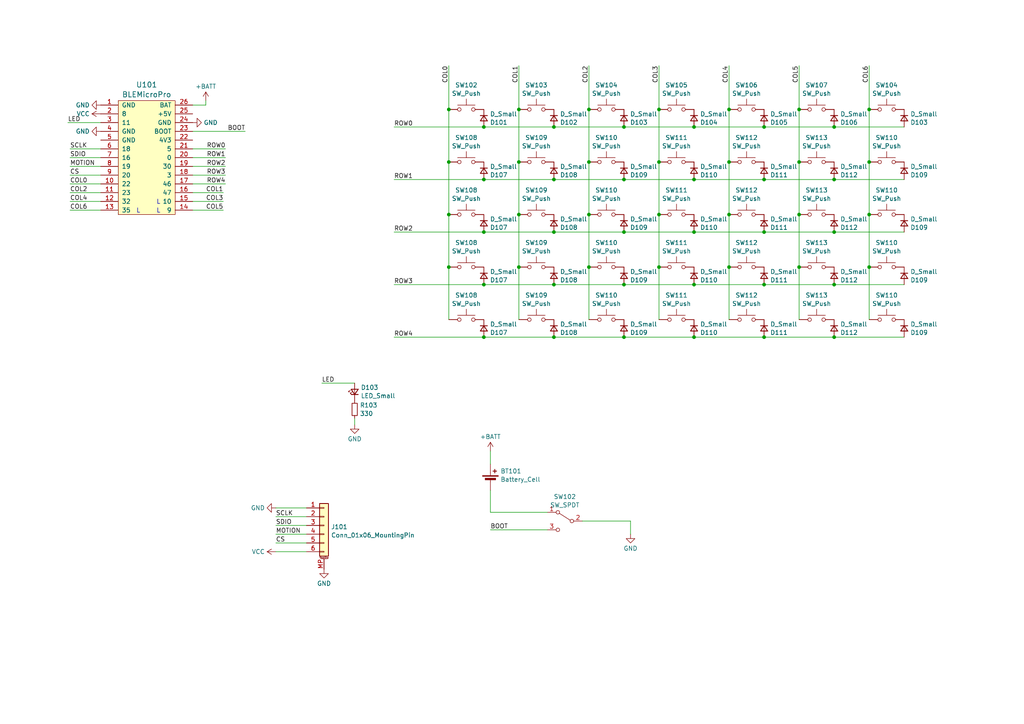
<source format=kicad_sch>
(kicad_sch (version 20231120) (generator "eeschema") (generator_version "8.0")
  (paper "A4")
  (junction (at 221.615 97.79))
  (junction (at 241.935 36.83))
  (junction (at 201.295 67.31))
  (junction (at 201.295 36.83))
  (junction (at 170.815 62.23))
  (junction (at 191.135 62.23))
  (junction (at 160.655 52.07))
  (junction (at 211.455 31.75))
  (junction (at 201.295 82.55))
  (junction (at 241.935 67.31))
  (junction (at 201.295 52.07))
  (junction (at 180.975 36.83))
  (junction (at 140.335 82.55))
  (junction (at 180.975 82.55))
  (junction (at 231.775 77.47))
  (junction (at 241.935 52.07))
  (junction (at 252.095 62.23))
  (junction (at 170.815 31.75))
  (junction (at 140.335 36.83))
  (junction (at 231.775 62.23))
  (junction (at 221.615 82.55))
  (junction (at 150.495 77.47))
  (junction (at 211.455 46.99))
  (junction (at 160.655 97.79))
  (junction (at 252.095 31.75))
  (junction (at 140.335 97.79))
  (junction (at 241.935 97.79))
  (junction (at 150.495 31.75))
  (junction (at 211.455 62.23))
  (junction (at 252.095 46.99))
  (junction (at 191.135 77.47))
  (junction (at 160.655 36.83))
  (junction (at 252.095 77.47))
  (junction (at 130.175 46.99))
  (junction (at 150.495 46.99))
  (junction (at 160.655 82.55))
  (junction (at 221.615 36.83))
  (junction (at 170.815 46.99))
  (junction (at 160.655 67.31))
  (junction (at 180.975 97.79))
  (junction (at 130.175 77.47))
  (junction (at 130.175 31.75))
  (junction (at 140.335 67.31))
  (junction (at 211.455 77.47))
  (junction (at 201.295 97.79))
  (junction (at 231.775 31.75))
  (junction (at 241.935 82.55))
  (junction (at 130.175 62.23))
  (junction (at 170.815 77.47))
  (junction (at 180.975 52.07))
  (junction (at 221.615 67.31))
  (junction (at 231.775 46.99))
  (junction (at 191.135 46.99))
  (junction (at 191.135 31.75))
  (junction (at 221.615 52.07))
  (junction (at 140.335 52.07))
  (junction (at 150.495 62.23))
  (junction (at 180.975 67.31))
  (wire (pts (xy 142.24 148.59) (xy 158.75 148.59)))
  (wire (pts (xy 180.975 82.55) (xy 201.295 82.55)))
  (wire (pts (xy 150.495 46.99) (xy 150.495 62.23)))
  (wire (pts (xy 140.335 82.55) (xy 160.655 82.55)))
  (wire (pts (xy 114.3 82.55) (xy 140.335 82.55)))
  (wire (pts (xy 211.455 19.05) (xy 211.455 31.75)))
  (wire (pts (xy 170.815 31.75) (xy 170.815 46.99)))
  (wire (pts (xy 191.135 62.23) (xy 191.135 77.47)))
  (wire (pts (xy 180.975 97.79) (xy 201.295 97.79)))
  (wire (pts (xy 114.3 67.31) (xy 140.335 67.31)))
  (wire (pts (xy 211.455 31.75) (xy 211.455 46.99)))
  (wire (pts (xy 114.3 97.79) (xy 140.335 97.79)))
  (wire (pts (xy 221.615 67.31) (xy 241.935 67.31)))
  (wire (pts (xy 160.655 67.31) (xy 180.975 67.31)))
  (wire (pts (xy 142.24 153.67) (xy 158.75 153.67)))
  (wire (pts (xy 252.095 19.05) (xy 252.095 31.75)))
  (wire (pts (xy 170.815 46.99) (xy 170.815 62.23)))
  (wire (pts (xy 19.685 35.56) (xy 29.21 35.56)))
  (wire (pts (xy 221.615 82.55) (xy 241.935 82.55)))
  (wire (pts (xy 170.815 19.05) (xy 170.815 31.75)))
  (wire (pts (xy 20.32 45.72) (xy 29.21 45.72)))
  (wire (pts (xy 80.01 149.86) (xy 88.9 149.86)))
  (wire (pts (xy 20.32 50.8) (xy 29.21 50.8)))
  (wire (pts (xy 211.455 46.99) (xy 211.455 62.23)))
  (wire (pts (xy 182.88 154.94) (xy 182.88 151.13)))
  (wire (pts (xy 241.935 52.07) (xy 262.255 52.07)))
  (wire (pts (xy 221.615 52.07) (xy 241.935 52.07)))
  (wire (pts (xy 142.24 148.59) (xy 142.24 142.24)))
  (wire (pts (xy 80.01 157.48) (xy 88.9 157.48)))
  (wire (pts (xy 170.815 77.47) (xy 170.815 92.71)))
  (wire (pts (xy 168.91 151.13) (xy 182.88 151.13)))
  (wire (pts (xy 231.775 31.75) (xy 231.775 46.99)))
  (wire (pts (xy 211.455 77.47) (xy 211.455 92.71)))
  (wire (pts (xy 114.3 52.07) (xy 140.335 52.07)))
  (wire (pts (xy 191.135 19.05) (xy 191.135 31.75)))
  (wire (pts (xy 221.615 36.83) (xy 241.935 36.83)))
  (wire (pts (xy 180.975 36.83) (xy 201.295 36.83)))
  (wire (pts (xy 201.295 52.07) (xy 221.615 52.07)))
  (wire (pts (xy 55.88 53.34) (xy 65.405 53.34)))
  (wire (pts (xy 150.495 77.47) (xy 150.495 92.71)))
  (wire (pts (xy 160.655 52.07) (xy 180.975 52.07)))
  (wire (pts (xy 231.775 19.05) (xy 231.775 31.75)))
  (wire (pts (xy 180.975 67.31) (xy 201.295 67.31)))
  (wire (pts (xy 55.88 48.26) (xy 65.405 48.26)))
  (wire (pts (xy 241.935 82.55) (xy 262.255 82.55)))
  (wire (pts (xy 20.32 60.96) (xy 29.21 60.96)))
  (wire (pts (xy 130.175 31.75) (xy 130.175 46.99)))
  (wire (pts (xy 252.095 31.75) (xy 252.095 46.99)))
  (wire (pts (xy 160.655 82.55) (xy 180.975 82.55)))
  (wire (pts (xy 140.335 52.07) (xy 160.655 52.07)))
  (wire (pts (xy 170.815 62.23) (xy 170.815 77.47)))
  (wire (pts (xy 150.495 19.05) (xy 150.495 31.75)))
  (wire (pts (xy 130.175 19.05) (xy 130.175 31.75)))
  (wire (pts (xy 20.32 43.18) (xy 29.21 43.18)))
  (wire (pts (xy 191.135 46.99) (xy 191.135 62.23)))
  (wire (pts (xy 150.495 31.75) (xy 150.495 46.99)))
  (wire (pts (xy 80.01 152.4) (xy 88.9 152.4)))
  (wire (pts (xy 160.655 97.79) (xy 180.975 97.79)))
  (wire (pts (xy 80.01 154.94) (xy 88.9 154.94)))
  (wire (pts (xy 241.935 97.79) (xy 262.255 97.79)))
  (wire (pts (xy 142.24 130.81) (xy 142.24 134.62)))
  (wire (pts (xy 241.935 36.83) (xy 262.255 36.83)))
  (wire (pts (xy 231.775 77.47) (xy 231.775 92.71)))
  (wire (pts (xy 93.345 111.125) (xy 102.87 111.125)))
  (wire (pts (xy 180.975 52.07) (xy 201.295 52.07)))
  (wire (pts (xy 130.175 62.23) (xy 130.175 77.47)))
  (wire (pts (xy 55.88 55.88) (xy 64.77 55.88)))
  (wire (pts (xy 55.88 50.8) (xy 65.405 50.8)))
  (wire (pts (xy 20.32 48.26) (xy 29.21 48.26)))
  (wire (pts (xy 114.3 36.83) (xy 140.335 36.83)))
  (wire (pts (xy 20.32 58.42) (xy 29.21 58.42)))
  (wire (pts (xy 20.32 53.34) (xy 29.21 53.34)))
  (wire (pts (xy 201.295 36.83) (xy 221.615 36.83)))
  (wire (pts (xy 252.095 62.23) (xy 252.095 77.47)))
  (wire (pts (xy 150.495 62.23) (xy 150.495 77.47)))
  (wire (pts (xy 55.88 43.18) (xy 65.405 43.18)))
  (wire (pts (xy 221.615 97.79) (xy 241.935 97.79)))
  (wire (pts (xy 252.095 46.99) (xy 252.095 62.23)))
  (wire (pts (xy 102.87 121.285) (xy 102.87 123.19)))
  (wire (pts (xy 201.295 97.79) (xy 221.615 97.79)))
  (wire (pts (xy 80.01 160.02) (xy 88.9 160.02)))
  (wire (pts (xy 140.335 67.31) (xy 160.655 67.31)))
  (wire (pts (xy 130.175 46.99) (xy 130.175 62.23)))
  (wire (pts (xy 130.175 77.47) (xy 130.175 92.71)))
  (wire (pts (xy 20.32 55.88) (xy 29.21 55.88)))
  (wire (pts (xy 59.69 29.21) (xy 59.69 30.48)))
  (wire (pts (xy 55.88 38.1) (xy 71.12 38.1)))
  (wire (pts (xy 201.295 82.55) (xy 221.615 82.55)))
  (wire (pts (xy 191.135 31.75) (xy 191.135 46.99)))
  (wire (pts (xy 211.455 62.23) (xy 211.455 77.47)))
  (wire (pts (xy 140.335 97.79) (xy 160.655 97.79)))
  (wire (pts (xy 231.775 62.23) (xy 231.775 77.47)))
  (wire (pts (xy 55.88 45.72) (xy 65.405 45.72)))
  (wire (pts (xy 252.095 77.47) (xy 252.095 92.71)))
  (wire (pts (xy 140.335 36.83) (xy 160.655 36.83)))
  (wire (pts (xy 160.655 36.83) (xy 180.975 36.83)))
  (wire (pts (xy 80.01 147.32) (xy 88.9 147.32)))
  (wire (pts (xy 231.775 46.99) (xy 231.775 62.23)))
  (wire (pts (xy 55.88 58.42) (xy 64.77 58.42)))
  (wire (pts (xy 241.935 67.31) (xy 262.255 67.31)))
  (wire (pts (xy 55.88 60.96) (xy 64.77 60.96)))
  (wire (pts (xy 59.69 30.48) (xy 55.88 30.48)))
  (wire (pts (xy 191.135 77.47) (xy 191.135 92.71)))
  (wire (pts (xy 201.295 67.31) (xy 221.615 67.31)))
  (text "L" (at 45.974 58.674 0) (effects (font (size 1.27 1.27))))
  (text "L" (at 40.132 61.214 0) (effects (font (size 1.27 1.27))))
  (text "L" (at 45.974 61.214 0) (effects (font (size 1.27 1.27))))
  (label "COL3" (at 64.77 58.42 180))
  (label "ROW4" (at 114.3 97.79 0))
  (label "ROW2" (at 65.405 48.26 180))
  (label "LED" (at 93.345 111.125 0))
  (label "COL0" (at 20.32 53.34 0))
  (label "COL6" (at 252.095 19.05 270))
  (label "SCLK" (at 80.01 149.86 0))
  (label "ROW1" (at 114.3 52.07 0))
  (label "MOTION" (at 20.32 48.26 0))
  (label "COL1" (at 64.77 55.88 180))
  (label "CS" (at 20.32 50.8 0))
  (label "COL5" (at 231.775 19.05 270))
  (label "BOOT" (at 71.12 38.1 180))
  (label "ROW3" (at 114.3 82.55 0))
  (label "ROW1" (at 65.405 45.72 180))
  (label "COL5" (at 64.77 60.96 180))
  (label "CS" (at 80.01 157.48 0))
  (label "SDIO" (at 20.32 45.72 0))
  (label "COL3" (at 191.135 19.05 270))
  (label "COL2" (at 170.815 19.05 270))
  (label "COL0" (at 130.175 19.05 270))
  (label "SDIO" (at 80.01 152.4 0))
  (label "ROW0" (at 65.405 43.18 180))
  (label "BOOT" (at 142.24 153.67 0))
  (label "ROW0" (at 114.3 36.83 0))
  (label "ROW2" (at 114.3 67.31 0))
  (label "COL4" (at 211.455 19.05 270))
  (label "COL6" (at 20.32 60.96 0))
  (label "COL2" (at 20.32 55.88 0))
  (label "COL1" (at 150.495 19.05 270))
  (label "SCLK" (at 20.32 43.18 0))
  (label "COL4" (at 20.32 58.42 0))
  (label "ROW3" (at 65.405 50.8 180))
  (label "MOTION" (at 80.01 154.94 0))
  (label "ROW4" (at 65.405 53.34 180))
  (label "LED" (at 19.685 35.56 0))
  (symbol (lib_id "Library:SW_Push") (at 216.535 46.99 0) (unit 1)
    (property "Reference" "SW112" (at 216.535 39.9247 0))
    (property "Value" "SW_Push" (at 216.535 42.3489 0))
    (property "Footprint" "MyLib:CHOC_V2_SOCKET_HANDSOLDERING" (effects (hide yes)))
    (instances (project "hhkball" (path "" (reference "SW112") (unit 1)) (path "" (reference "SW20") (unit 1))) (project "trackball-aaa-cs-keyboard-61" (path "" (reference "SW12") (unit 1))) (project "kg1-4x-sp" (path "" (reference "SW211") (unit 1))))
  )
  (symbol (lib_id "Library:GND") (at 29.21 38.1 270) (unit 1)
    (property "Reference" "#PWR0125" (effects (hide yes)))
    (property "Value" "GND" (at 26.0351 38.1 90) (effects (justify right)))
    (instances (project "hhkball" (path "" (reference "#PWR0125") (unit 1))) (project "trackball-aaa-cs-keyboard-61" (path "" (reference "#PWR05") (unit 1))) (project "kg1-4x-sp" (path "" (reference "#PWR0214") (unit 1))))
  )
  (symbol (lib_id "Library:SW_Push") (at 236.855 46.99 0) (unit 1)
    (property "Reference" "SW113" (at 236.855 39.9247 0))
    (property "Value" "SW_Push" (at 236.855 42.3489 0))
    (property "Footprint" "MyLib:CHOC_V2_SOCKET_HANDSOLDERING" (effects (hide yes)))
    (instances (project "hhkball" (path "" (reference "SW113") (unit 1)) (path "" (reference "SW21") (unit 1))) (project "trackball-aaa-cs-keyboard-61" (path "" (reference "SW13") (unit 1))) (project "kg1-4x-sp" (path "" (reference "SW212") (unit 1))))
  )
  (symbol (lib_id "Library:SW_Push") (at 135.255 62.23 0) (unit 1)
    (property "Reference" "SW108" (at 135.255 55.1647 0))
    (property "Value" "SW_Push" (at 135.255 57.5889 0))
    (property "Footprint" "MyLib:CHOC_V2_SOCKET_HANDSOLDERING" (effects (hide yes)))
    (instances (project "hhkball" (path "" (reference "SW108") (unit 1)) (path "" (reference "SW31") (unit 1))) (project "trackball-aaa-cs-keyboard-61" (path "" (reference "SW15") (unit 1))) (project "kg1-4x-sp" (path "" (reference "SW207") (unit 1))))
  )
  (symbol (lib_id "Library:GND") (at 102.87 123.19 0) (unit 1)
    (property "Reference" "#PWR03" (effects (hide yes)))
    (property "Value" "GND" (at 102.87 127.3231 0))
  )
  (symbol (lib_id "Library:SW_Push") (at 175.895 92.71 0) (unit 1)
    (property "Reference" "SW110" (at 175.895 85.6447 0))
    (property "Value" "SW_Push" (at 175.895 88.0689 0))
    (property "Footprint" "MyLib:CHOC_V2_SOCKET_HANDSOLDERING" (effects (hide yes)))
    (instances (project "hhkball" (path "" (reference "SW110") (unit 1)) (path "" (reference "SW63") (unit 1))) (project "trackball-aaa-cs-keyboard-61" (path "" (reference "SW31") (unit 1))) (project "kg1-4x-sp" (path "" (reference "SW209") (unit 1))))
  )
  (symbol (lib_id "Library:D_Small") (at 180.975 80.01 90) (mirror x) (unit 1)
    (property "Reference" "D109" (at 182.753 81.2221 90) (effects (justify right)))
    (property "Value" "D_Small" (at 182.753 78.7979 90) (effects (justify right)))
    (property "Footprint" "Diode_SMD:D_SOD-123" (effects (hide yes)))
    (property "Sim.Device" "D" (effects (hide yes)))
    (property "Sim.Pins" "1=K 2=A" (effects (hide yes)))
    (instances (project "hhkball" (path "" (reference "D109") (unit 1)) (path "" (reference "D48") (unit 1))) (project "trackball-aaa-cs-keyboard-61" (path "" (reference "D24") (unit 1))) (project "kg1-4x-sp" (path "" (reference "D209") (unit 1))))
  )
  (symbol (lib_id "Library:SW_Push") (at 236.855 77.47 0) (unit 1)
    (property "Reference" "SW113" (at 236.855 70.4047 0))
    (property "Value" "SW_Push" (at 236.855 72.8289 0))
    (property "Footprint" "MyLib:CHOC_V2_SOCKET_HANDSOLDERING" (effects (hide yes)))
    (instances (project "hhkball" (path "" (reference "SW113") (unit 1)) (path "" (reference "SW51") (unit 1))) (project "trackball-aaa-cs-keyboard-61" (path "" (reference "SW27") (unit 1))) (project "kg1-4x-sp" (path "" (reference "SW212") (unit 1))))
  )
  (symbol (lib_id "Library:D_Small") (at 201.295 80.01 90) (mirror x) (unit 1)
    (property "Reference" "D110" (at 203.073 81.2221 90) (effects (justify right)))
    (property "Value" "D_Small" (at 203.073 78.7979 90) (effects (justify right)))
    (property "Footprint" "Diode_SMD:D_SOD-123" (effects (hide yes)))
    (property "Sim.Device" "D" (effects (hide yes)))
    (property "Sim.Pins" "1=K 2=A" (effects (hide yes)))
    (instances (project "hhkball" (path "" (reference "D110") (unit 1)) (path "" (reference "D49") (unit 1))) (project "trackball-aaa-cs-keyboard-61" (path "" (reference "D25") (unit 1))) (project "kg1-4x-sp" (path "" (reference "D210") (unit 1))))
  )
  (symbol (lib_id "Library:SW_Push") (at 236.855 31.75 0) (unit 1)
    (property "Reference" "SW107" (at 236.855 24.6847 0))
    (property "Value" "SW_Push" (at 236.855 27.1089 0))
    (property "Footprint" "MyLib:CHOC_V2_SOCKET_HANDSOLDERING" (effects (hide yes)))
    (instances (project "hhkball" (path "" (reference "SW107") (unit 1)) (path "" (reference "SW6") (unit 1))) (project "trackball-aaa-cs-keyboard-61" (path "" (reference "SW6") (unit 1))) (project "kg1-4x-sp" (path "" (reference "SW206") (unit 1))))
  )
  (symbol (lib_id "Library:BLEMicroPro") (at 43.18 45.72 0) (unit 1)
    (property "Reference" "U101" (at 42.545 24.5798 0) (effects (font (size 1.524 1.524))))
    (property "Value" "BLEMicroPro" (at 42.545 27.4126 0) (effects (font (size 1.524 1.524))))
    (property "Footprint" "MyLib:BLEMicroPro" (effects (hide yes)))
  )
  (symbol (lib_id "Library:SW_Push") (at 175.895 31.75 0) (unit 1)
    (property "Reference" "SW104" (at 175.895 24.6847 0))
    (property "Value" "SW_Push" (at 175.895 27.1089 0))
    (property "Footprint" "MyLib:CHOC_V2_SOCKET_HANDSOLDERING" (effects (hide yes)))
    (instances (project "hhkball" (path "" (reference "SW104") (unit 1)) (path "" (reference "SW3") (unit 1))) (project "trackball-aaa-cs-keyboard-61" (path "" (reference "SW3") (unit 1))) (project "kg1-4x-sp" (path "" (reference "SW203") (unit 1))))
  )
  (symbol (lib_id "Library:D_Small") (at 221.615 80.01 90) (mirror x) (unit 1)
    (property "Reference" "D111" (at 223.393 81.2221 90) (effects (justify right)))
    (property "Value" "D_Small" (at 223.393 78.7979 90) (effects (justify right)))
    (property "Footprint" "Diode_SMD:D_SOD-123" (effects (hide yes)))
    (property "Sim.Device" "D" (effects (hide yes)))
    (property "Sim.Pins" "1=K 2=A" (effects (hide yes)))
    (instances (project "hhkball" (path "" (reference "D111") (unit 1)) (path "" (reference "D50") (unit 1))) (project "trackball-aaa-cs-keyboard-61" (path "" (reference "D26") (unit 1))) (project "kg1-4x-sp" (path "" (reference "D211") (unit 1))))
  )
  (symbol (lib_id "Library:SW_Push") (at 257.175 92.71 0) (unit 1)
    (property "Reference" "SW110" (at 257.175 85.6447 0))
    (property "Value" "SW_Push" (at 257.175 88.0689 0))
    (property "Footprint" "MyLib:CHOC_V2_SOCKET_HANDSOLDERING" (effects (hide yes)))
    (instances (project "hhkball" (path "" (reference "SW110") (unit 1)) (path "" (reference "SW67") (unit 1))) (project "trackball-aaa-cs-keyboard-61" (path "" (reference "SW35") (unit 1))) (project "kg1-4x-sp" (path "" (reference "SW209") (unit 1))))
  )
  (symbol (lib_id "Library:SW_Push") (at 236.855 62.23 0) (unit 1)
    (property "Reference" "SW113" (at 236.855 55.1647 0))
    (property "Value" "SW_Push" (at 236.855 57.5889 0))
    (property "Footprint" "MyLib:CHOC_V2_SOCKET_HANDSOLDERING" (effects (hide yes)))
    (instances (project "hhkball" (path "" (reference "SW113") (unit 1)) (path "" (reference "SW36") (unit 1))) (project "trackball-aaa-cs-keyboard-61" (path "" (reference "SW20") (unit 1))) (project "kg1-4x-sp" (path "" (reference "SW212") (unit 1))))
  )
  (symbol (lib_id "Library:SW_Push") (at 257.175 77.47 0) (unit 1)
    (property "Reference" "SW110" (at 257.175 70.4047 0))
    (property "Value" "SW_Push" (at 257.175 72.8289 0))
    (property "Footprint" "MyLib:CHOC_V2_SOCKET_HANDSOLDERING" (effects (hide yes)))
    (instances (project "hhkball" (path "" (reference "SW110") (unit 1)) (path "" (reference "SW52") (unit 1))) (project "trackball-aaa-cs-keyboard-61" (path "" (reference "SW28") (unit 1))) (project "kg1-4x-sp" (path "" (reference "SW209") (unit 1))))
  )
  (symbol (lib_id "Library:SW_Push") (at 216.535 92.71 0) (unit 1)
    (property "Reference" "SW112" (at 216.535 85.6447 0))
    (property "Value" "SW_Push" (at 216.535 88.0689 0))
    (property "Footprint" "MyLib:CHOC_V2_SOCKET_HANDSOLDERING" (effects (hide yes)))
    (instances (project "hhkball" (path "" (reference "SW112") (unit 1)) (path "" (reference "SW65") (unit 1))) (project "trackball-aaa-cs-keyboard-61" (path "" (reference "SW33") (unit 1))) (project "kg1-4x-sp" (path "" (reference "SW211") (unit 1))))
  )
  (symbol (lib_id "Library:D_Small") (at 201.295 64.77 90) (mirror x) (unit 1)
    (property "Reference" "D110" (at 203.073 65.9821 90) (effects (justify right)))
    (property "Value" "D_Small" (at 203.073 63.5579 90) (effects (justify right)))
    (property "Footprint" "Diode_SMD:D_SOD-123" (effects (hide yes)))
    (property "Sim.Device" "D" (effects (hide yes)))
    (property "Sim.Pins" "1=K 2=A" (effects (hide yes)))
    (instances (project "hhkball" (path "" (reference "D110") (unit 1)) (path "" (reference "D34") (unit 1))) (project "trackball-aaa-cs-keyboard-61" (path "" (reference "D18") (unit 1))) (project "kg1-4x-sp" (path "" (reference "D210") (unit 1))))
  )
  (symbol (lib_id "Library:SW_Push") (at 175.895 77.47 0) (unit 1)
    (property "Reference" "SW110" (at 175.895 70.4047 0))
    (property "Value" "SW_Push" (at 175.895 72.8289 0))
    (property "Footprint" "MyLib:CHOC_V2_SOCKET_HANDSOLDERING" (effects (hide yes)))
    (instances (project "hhkball" (path "" (reference "SW110") (unit 1)) (path "" (reference "SW48") (unit 1))) (project "trackball-aaa-cs-keyboard-61" (path "" (reference "SW24") (unit 1))) (project "kg1-4x-sp" (path "" (reference "SW209") (unit 1))))
  )
  (symbol (lib_id "Library:SW_Push") (at 236.855 92.71 0) (unit 1)
    (property "Reference" "SW113" (at 236.855 85.6447 0))
    (property "Value" "SW_Push" (at 236.855 88.0689 0))
    (property "Footprint" "MyLib:CHOC_V2_SOCKET_HANDSOLDERING" (effects (hide yes)))
    (instances (project "hhkball" (path "" (reference "SW113") (unit 1)) (path "" (reference "SW66") (unit 1))) (project "trackball-aaa-cs-keyboard-61" (path "" (reference "SW34") (unit 1))) (project "kg1-4x-sp" (path "" (reference "SW212") (unit 1))))
  )
  (symbol (lib_id "Library:D_Small") (at 180.975 34.29 90) (mirror x) (unit 1)
    (property "Reference" "D103" (at 182.753 35.5021 90) (effects (justify right)))
    (property "Value" "D_Small" (at 182.753 33.0779 90) (effects (justify right)))
    (property "Footprint" "Diode_SMD:D_SOD-123" (effects (hide yes)))
    (property "Sim.Device" "D" (effects (hide yes)))
    (property "Sim.Pins" "1=K 2=A" (effects (hide yes)))
    (instances (project "hhkball" (path "" (reference "D103") (unit 1)) (path "" (reference "D3") (unit 1))) (project "trackball-aaa-cs-keyboard-61" (path "" (reference "D3") (unit 1))) (project "kg1-4x-sp" (path "" (reference "D203") (unit 1))))
  )
  (symbol (lib_id "Library:D_Small") (at 160.655 49.53 90) (mirror x) (unit 1)
    (property "Reference" "D108" (at 162.433 50.7421 90) (effects (justify right)))
    (property "Value" "D_Small" (at 162.433 48.3179 90) (effects (justify right)))
    (property "Footprint" "Diode_SMD:D_SOD-123" (effects (hide yes)))
    (property "Sim.Device" "D" (effects (hide yes)))
    (property "Sim.Pins" "1=K 2=A" (effects (hide yes)))
    (instances (project "hhkball" (path "" (reference "D108") (unit 1)) (path "" (reference "D17") (unit 1))) (project "trackball-aaa-cs-keyboard-61" (path "" (reference "D9") (unit 1))) (project "kg1-4x-sp" (path "" (reference "D208") (unit 1))))
  )
  (symbol (lib_id "Library:D_Small") (at 221.615 95.25 90) (mirror x) (unit 1)
    (property "Reference" "D111" (at 223.393 96.4621 90) (effects (justify right)))
    (property "Value" "D_Small" (at 223.393 94.0379 90) (effects (justify right)))
    (property "Footprint" "Diode_SMD:D_SOD-123" (effects (hide yes)))
    (property "Sim.Device" "D" (effects (hide yes)))
    (property "Sim.Pins" "1=K 2=A" (effects (hide yes)))
    (instances (project "hhkball" (path "" (reference "D111") (unit 1)) (path "" (reference "D65") (unit 1))) (project "trackball-aaa-cs-keyboard-61" (path "" (reference "D33") (unit 1))) (project "kg1-4x-sp" (path "" (reference "D211") (unit 1))))
  )
  (symbol (lib_id "Library:D_Small") (at 262.255 80.01 90) (mirror x) (unit 1)
    (property "Reference" "D109" (at 264.033 81.2221 90) (effects (justify right)))
    (property "Value" "D_Small" (at 264.033 78.7979 90) (effects (justify right)))
    (property "Footprint" "Diode_SMD:D_SOD-123" (effects (hide yes)))
    (property "Sim.Device" "D" (effects (hide yes)))
    (property "Sim.Pins" "1=K 2=A" (effects (hide yes)))
    (instances (project "hhkball" (path "" (reference "D109") (unit 1)) (path "" (reference "D52") (unit 1))) (project "trackball-aaa-cs-keyboard-61" (path "" (reference "D28") (unit 1))) (project "kg1-4x-sp" (path "" (reference "D209") (unit 1))))
  )
  (symbol (lib_id "Library:+BATT") (at 142.24 130.81 0) (unit 1)
    (property "Reference" "#PWR0104" (effects (hide yes)))
    (property "Value" "+BATT" (at 142.24 126.6769 0))
    (instances (project "hhkball" (path "" (reference "#PWR0104") (unit 1))) (project "trackball-aaa-cs-keyboard-61" (path "" (reference "#PWR0206") (unit 1))))
  )
  (symbol (lib_id "Library:D_Small") (at 262.255 64.77 90) (mirror x) (unit 1)
    (property "Reference" "D109" (at 264.033 65.9821 90) (effects (justify right)))
    (property "Value" "D_Small" (at 264.033 63.5579 90) (effects (justify right)))
    (property "Footprint" "Diode_SMD:D_SOD-123" (effects (hide yes)))
    (property "Sim.Device" "D" (effects (hide yes)))
    (property "Sim.Pins" "1=K 2=A" (effects (hide yes)))
    (instances (project "hhkball" (path "" (reference "D109") (unit 1)) (path "" (reference "D37") (unit 1))) (project "trackball-aaa-cs-keyboard-61" (path "" (reference "D21") (unit 1))) (project "kg1-4x-sp" (path "" (reference "D209") (unit 1))))
  )
  (symbol (lib_id "Library:D_Small") (at 241.935 49.53 90) (mirror x) (unit 1)
    (property "Reference" "D112" (at 243.713 50.7421 90) (effects (justify right)))
    (property "Value" "D_Small" (at 243.713 48.3179 90) (effects (justify right)))
    (property "Footprint" "Diode_SMD:D_SOD-123" (effects (hide yes)))
    (property "Sim.Device" "D" (effects (hide yes)))
    (property "Sim.Pins" "1=K 2=A" (effects (hide yes)))
    (instances (project "hhkball" (path "" (reference "D112") (unit 1)) (path "" (reference "D21") (unit 1))) (project "trackball-aaa-cs-keyboard-61" (path "" (reference "D13") (unit 1))) (project "kg1-4x-sp" (path "" (reference "D212") (unit 1))))
  )
  (symbol (lib_id "Library:D_Small") (at 262.255 95.25 90) (mirror x) (unit 1)
    (property "Reference" "D109" (at 264.033 96.4621 90) (effects (justify right)))
    (property "Value" "D_Small" (at 264.033 94.0379 90) (effects (justify right)))
    (property "Footprint" "Diode_SMD:D_SOD-123" (effects (hide yes)))
    (property "Sim.Device" "D" (effects (hide yes)))
    (property "Sim.Pins" "1=K 2=A" (effects (hide yes)))
    (instances (project "hhkball" (path "" (reference "D109") (unit 1)) (path "" (reference "D67") (unit 1))) (project "trackball-aaa-cs-keyboard-61" (path "" (reference "D35") (unit 1))) (project "kg1-4x-sp" (path "" (reference "D209") (unit 1))))
  )
  (symbol (lib_id "Library:SW_Push") (at 257.175 46.99 0) (unit 1)
    (property "Reference" "SW110" (at 257.175 39.9247 0))
    (property "Value" "SW_Push" (at 257.175 42.3489 0))
    (property "Footprint" "MyLib:CHOC_V2_SOCKET_HANDSOLDERING" (effects (hide yes)))
    (instances (project "hhkball" (path "" (reference "SW110") (unit 1)) (path "" (reference "SW22") (unit 1))) (project "trackball-aaa-cs-keyboard-61" (path "" (reference "SW14") (unit 1))) (project "kg1-4x-sp" (path "" (reference "SW209") (unit 1))))
  )
  (symbol (lib_id "Library:D_Small") (at 241.935 64.77 90) (mirror x) (unit 1)
    (property "Reference" "D112" (at 243.713 65.9821 90) (effects (justify right)))
    (property "Value" "D_Small" (at 243.713 63.5579 90) (effects (justify right)))
    (property "Footprint" "Diode_SMD:D_SOD-123" (effects (hide yes)))
    (property "Sim.Device" "D" (effects (hide yes)))
    (property "Sim.Pins" "1=K 2=A" (effects (hide yes)))
    (instances (project "hhkball" (path "" (reference "D112") (unit 1)) (path "" (reference "D36") (unit 1))) (project "trackball-aaa-cs-keyboard-61" (path "" (reference "D20") (unit 1))) (project "kg1-4x-sp" (path "" (reference "D212") (unit 1))))
  )
  (symbol (lib_id "Library:D_Small") (at 262.255 49.53 90) (mirror x) (unit 1)
    (property "Reference" "D109" (at 264.033 50.7421 90) (effects (justify right)))
    (property "Value" "D_Small" (at 264.033 48.3179 90) (effects (justify right)))
    (property "Footprint" "Diode_SMD:D_SOD-123" (effects (hide yes)))
    (property "Sim.Device" "D" (effects (hide yes)))
    (property "Sim.Pins" "1=K 2=A" (effects (hide yes)))
    (instances (project "hhkball" (path "" (reference "D109") (unit 1)) (path "" (reference "D22") (unit 1))) (project "trackball-aaa-cs-keyboard-61" (path "" (reference "D14") (unit 1))) (project "kg1-4x-sp" (path "" (reference "D209") (unit 1))))
  )
  (symbol (lib_id "Library:D_Small") (at 262.255 34.29 90) (mirror x) (unit 1)
    (property "Reference" "D103" (at 264.033 35.5021 90) (effects (justify right)))
    (property "Value" "D_Small" (at 264.033 33.0779 90) (effects (justify right)))
    (property "Footprint" "Diode_SMD:D_SOD-123" (effects (hide yes)))
    (property "Sim.Device" "D" (effects (hide yes)))
    (property "Sim.Pins" "1=K 2=A" (effects (hide yes)))
    (instances (project "hhkball" (path "" (reference "D103") (unit 1)) (path "" (reference "D7") (unit 1))) (project "trackball-aaa-cs-keyboard-61" (path "" (reference "D7") (unit 1))) (project "kg1-4x-sp" (path "" (reference "D203") (unit 1))))
  )
  (symbol (lib_id "Library:D_Small") (at 140.335 80.01 90) (mirror x) (unit 1)
    (property "Reference" "D107" (at 142.113 81.2221 90) (effects (justify right)))
    (property "Value" "D_Small" (at 142.113 78.7979 90) (effects (justify right)))
    (property "Footprint" "Diode_SMD:D_SOD-123" (effects (hide yes)))
    (property "Sim.Device" "D" (effects (hide yes)))
    (property "Sim.Pins" "1=K 2=A" (effects (hide yes)))
    (instances (project "hhkball" (path "" (reference "D107") (unit 1)) (path "" (reference "D46") (unit 1))) (project "trackball-aaa-cs-keyboard-61" (path "" (reference "D22") (unit 1))) (project "kg1-4x-sp" (path "" (reference "D207") (unit 1))))
  )
  (symbol (lib_id "Library:SW_Push") (at 135.255 77.47 0) (unit 1)
    (property "Reference" "SW108" (at 135.255 70.4047 0))
    (property "Value" "SW_Push" (at 135.255 72.8289 0))
    (property "Footprint" "MyLib:CHOC_V2_SOCKET_HANDSOLDERING" (effects (hide yes)))
    (instances (project "hhkball" (path "" (reference "SW108") (unit 1)) (path "" (reference "SW46") (unit 1))) (project "trackball-aaa-cs-keyboard-61" (path "" (reference "SW22") (unit 1))) (project "kg1-4x-sp" (path "" (reference "SW207") (unit 1))))
  )
  (symbol (lib_id "Library:SW_Push") (at 216.535 31.75 0) (unit 1)
    (property "Reference" "SW106" (at 216.535 24.6847 0))
    (property "Value" "SW_Push" (at 216.535 27.1089 0))
    (property "Footprint" "MyLib:CHOC_V2_SOCKET_HANDSOLDERING" (effects (hide yes)))
    (instances (project "hhkball" (path "" (reference "SW106") (unit 1)) (path "" (reference "SW5") (unit 1))) (project "trackball-aaa-cs-keyboard-61" (path "" (reference "SW5") (unit 1))) (project "kg1-4x-sp" (path "" (reference "SW205") (unit 1))))
  )
  (symbol (lib_id "Library:SW_Push") (at 135.255 46.99 0) (unit 1)
    (property "Reference" "SW108" (at 135.255 39.9247 0))
    (property "Value" "SW_Push" (at 135.255 42.3489 0))
    (property "Footprint" "MyLib:CHOC_V2_SOCKET_HANDSOLDERING" (effects (hide yes)))
    (instances (project "hhkball" (path "" (reference "SW108") (unit 1)) (path "" (reference "SW16") (unit 1))) (project "trackball-aaa-cs-keyboard-61" (path "" (reference "SW8") (unit 1))) (project "kg1-4x-sp" (path "" (reference "SW207") (unit 1))))
  )
  (symbol (lib_id "Library:SW_Push") (at 257.175 31.75 0) (unit 1)
    (property "Reference" "SW104" (at 257.175 24.6847 0))
    (property "Value" "SW_Push" (at 257.175 27.1089 0))
    (property "Footprint" "MyLib:CHOC_V2_SOCKET_HANDSOLDERING" (effects (hide yes)))
    (instances (project "hhkball" (path "" (reference "SW104") (unit 1)) (path "" (reference "SW7") (unit 1))) (project "trackball-aaa-cs-keyboard-61" (path "" (reference "SW7") (unit 1))) (project "kg1-4x-sp" (path "" (reference "SW203") (unit 1))))
  )
  (symbol (lib_id "Library:D_Small") (at 201.295 34.29 90) (mirror x) (unit 1)
    (property "Reference" "D104" (at 203.073 35.5021 90) (effects (justify right)))
    (property "Value" "D_Small" (at 203.073 33.0779 90) (effects (justify right)))
    (property "Footprint" "Diode_SMD:D_SOD-123" (effects (hide yes)))
    (property "Sim.Device" "D" (effects (hide yes)))
    (property "Sim.Pins" "1=K 2=A" (effects (hide yes)))
    (instances (project "hhkball" (path "" (reference "D104") (unit 1)) (path "" (reference "D4") (unit 1))) (project "trackball-aaa-cs-keyboard-61" (path "" (reference "D4") (unit 1))) (project "kg1-4x-sp" (path "" (reference "D204") (unit 1))))
  )
  (symbol (lib_id "Library:GND") (at 182.88 154.94 0) (unit 1)
    (property "Reference" "#PWR07" (effects (hide yes)))
    (property "Value" "GND" (at 182.88 159.0731 0))
  )
  (symbol (lib_id "Library:SW_Push") (at 135.255 31.75 0) (unit 1)
    (property "Reference" "SW102" (at 135.255 24.6847 0))
    (property "Value" "SW_Push" (at 135.255 27.1089 0))
    (property "Footprint" "MyLib:CHOC_V2_SOCKET_HANDSOLDERING" (effects (hide yes)))
    (instances (project "hhkball" (path "" (reference "SW102") (unit 1)) (path "" (reference "SW1") (unit 1))) (project "trackball-aaa-cs-keyboard-61" (path "" (reference "SW1") (unit 1))) (project "kg1-4x-sp" (path "" (reference "SW201") (unit 1))))
  )
  (symbol (lib_id "Library:VCC") (at 29.21 33.02 90) (unit 1)
    (property "Reference" "#PWR09" (effects (hide yes)))
    (property "Value" "VCC" (at 26.035 33.02 90) (effects (justify left)))
    (property "Description" "Power symbol creates a global label with name \"VCC\"" (effects (hide yes)))
  )
  (symbol (lib_id "Library:D_Small") (at 241.935 34.29 90) (mirror x) (unit 1)
    (property "Reference" "D106" (at 243.713 35.5021 90) (effects (justify right)))
    (property "Value" "D_Small" (at 243.713 33.0779 90) (effects (justify right)))
    (property "Footprint" "Diode_SMD:D_SOD-123" (effects (hide yes)))
    (property "Sim.Device" "D" (effects (hide yes)))
    (property "Sim.Pins" "1=K 2=A" (effects (hide yes)))
    (instances (project "hhkball" (path "" (reference "D106") (unit 1)) (path "" (reference "D6") (unit 1))) (project "trackball-aaa-cs-keyboard-61" (path "" (reference "D6") (unit 1))) (project "kg1-4x-sp" (path "" (reference "D206") (unit 1))))
  )
  (symbol (lib_id "Library:LED_Small") (at 102.87 113.665 90) (unit 1)
    (property "Reference" "D103" (at 104.648 112.3893 90) (effects (justify right)))
    (property "Value" "LED_Small" (at 104.648 114.8136 90) (effects (justify right)))
    (property "Footprint" "LED_SMD:LED_0603_1608Metric" (effects (hide yes)))
    (instances (project "hhkball" (path "" (reference "D103") (unit 1))) (project "trackball-aaa-cs-keyboard-61" (path "" (reference "D101") (unit 1))))
  )
  (symbol (lib_id "Library:D_Small") (at 221.615 49.53 90) (mirror x) (unit 1)
    (property "Reference" "D111" (at 223.393 50.7421 90) (effects (justify right)))
    (property "Value" "D_Small" (at 223.393 48.3179 90) (effects (justify right)))
    (property "Footprint" "Diode_SMD:D_SOD-123" (effects (hide yes)))
    (property "Sim.Device" "D" (effects (hide yes)))
    (property "Sim.Pins" "1=K 2=A" (effects (hide yes)))
    (instances (project "hhkball" (path "" (reference "D111") (unit 1)) (path "" (reference "D20") (unit 1))) (project "trackball-aaa-cs-keyboard-61" (path "" (reference "D12") (unit 1))) (project "kg1-4x-sp" (path "" (reference "D211") (unit 1))))
  )
  (symbol (lib_id "Library:SW_SPDT") (at 163.83 151.13 0) (mirror y) (unit 1)
    (property "Reference" "SW102" (at 163.83 144.0647 0))
    (property "Value" "SW_SPDT" (at 163.83 146.4889 0))
    (property "Footprint" "MyLib:SW-SMD_K3-1280S-F1" (effects (hide yes)))
    (instances (project "hhkball" (path "" (reference "SW102") (unit 1))) (project "trackball-aaa-cs-keyboard-61" (path "" (reference "SW101") (unit 1))))
  )
  (symbol (lib_id "Library:+BATT") (at 59.69 29.21 0) (unit 1)
    (property "Reference" "#PWR01" (effects (hide yes)))
    (property "Value" "+BATT" (at 59.69 25.0769 0))
  )
  (symbol (lib_id "Library:D_Small") (at 221.615 34.29 90) (mirror x) (unit 1)
    (property "Reference" "D105" (at 223.393 35.5021 90) (effects (justify right)))
    (property "Value" "D_Small" (at 223.393 33.0779 90) (effects (justify right)))
    (property "Footprint" "Diode_SMD:D_SOD-123" (effects (hide yes)))
    (property "Sim.Device" "D" (effects (hide yes)))
    (property "Sim.Pins" "1=K 2=A" (effects (hide yes)))
    (instances (project "hhkball" (path "" (reference "D105") (unit 1)) (path "" (reference "D5") (unit 1))) (project "trackball-aaa-cs-keyboard-61" (path "" (reference "D5") (unit 1))) (project "kg1-4x-sp" (path "" (reference "D205") (unit 1))))
  )
  (symbol (lib_id "Library:D_Small") (at 160.655 80.01 90) (mirror x) (unit 1)
    (property "Reference" "D108" (at 162.433 81.2221 90) (effects (justify right)))
    (property "Value" "D_Small" (at 162.433 78.7979 90) (effects (justify right)))
    (property "Footprint" "Diode_SMD:D_SOD-123" (effects (hide yes)))
    (property "Sim.Device" "D" (effects (hide yes)))
    (property "Sim.Pins" "1=K 2=A" (effects (hide yes)))
    (instances (project "hhkball" (path "" (reference "D108") (unit 1)) (path "" (reference "D47") (unit 1))) (project "trackball-aaa-cs-keyboard-61" (path "" (reference "D23") (unit 1))) (project "kg1-4x-sp" (path "" (reference "D208") (unit 1))))
  )
  (symbol (lib_id "Library:VCC") (at 80.01 160.02 90) (unit 1)
    (property "Reference" "#PWR06" (effects (hide yes)))
    (property "Value" "VCC" (at 76.835 160.02 90) (effects (justify left)))
    (property "Description" "Power symbol creates a global label with name \"VCC\"" (effects (hide yes)))
  )
  (symbol (lib_id "Library:SW_Push") (at 175.895 46.99 0) (unit 1)
    (property "Reference" "SW110" (at 175.895 39.9247 0))
    (property "Value" "SW_Push" (at 175.895 42.3489 0))
    (property "Footprint" "MyLib:CHOC_V2_SOCKET_HANDSOLDERING" (effects (hide yes)))
    (instances (project "hhkball" (path "" (reference "SW110") (unit 1)) (path "" (reference "SW18") (unit 1))) (project "trackball-aaa-cs-keyboard-61" (path "" (reference "SW10") (unit 1))) (project "kg1-4x-sp" (path "" (reference "SW209") (unit 1))))
  )
  (symbol (lib_id "Library:GND") (at 93.98 165.1 0) (unit 1)
    (property "Reference" "#PWR017" (effects (hide yes)))
    (property "Value" "GND" (at 93.98 169.2331 0))
    (property "Description" "Power symbol creates a global label with name \"GND\" , ground" (effects (hide yes)))
  )
  (symbol (lib_id "Library:D_Small") (at 160.655 95.25 90) (mirror x) (unit 1)
    (property "Reference" "D108" (at 162.433 96.4621 90) (effects (justify right)))
    (property "Value" "D_Small" (at 162.433 94.0379 90) (effects (justify right)))
    (property "Footprint" "Diode_SMD:D_SOD-123" (effects (hide yes)))
    (property "Sim.Device" "D" (effects (hide yes)))
    (property "Sim.Pins" "1=K 2=A" (effects (hide yes)))
    (instances (project "hhkball" (path "" (reference "D108") (unit 1)) (path "" (reference "D62") (unit 1))) (project "trackball-aaa-cs-keyboard-61" (path "" (reference "D30") (unit 1))) (project "kg1-4x-sp" (path "" (reference "D208") (unit 1))))
  )
  (symbol (lib_id "Library:D_Small") (at 201.295 95.25 90) (mirror x) (unit 1)
    (property "Reference" "D110" (at 203.073 96.4621 90) (effects (justify right)))
    (property "Value" "D_Small" (at 203.073 94.0379 90) (effects (justify right)))
    (property "Footprint" "Diode_SMD:D_SOD-123" (effects (hide yes)))
    (property "Sim.Device" "D" (effects (hide yes)))
    (property "Sim.Pins" "1=K 2=A" (effects (hide yes)))
    (instances (project "hhkball" (path "" (reference "D110") (unit 1)) (path "" (reference "D64") (unit 1))) (project "trackball-aaa-cs-keyboard-61" (path "" (reference "D32") (unit 1))) (project "kg1-4x-sp" (path "" (reference "D210") (unit 1))))
  )
  (symbol (lib_id "Library:SW_Push") (at 196.215 31.75 0) (unit 1)
    (property "Reference" "SW105" (at 196.215 24.6847 0))
    (property "Value" "SW_Push" (at 196.215 27.1089 0))
    (property "Footprint" "MyLib:CHOC_V2_SOCKET_HANDSOLDERING" (effects (hide yes)))
    (instances (project "hhkball" (path "" (reference "SW105") (unit 1)) (path "" (reference "SW4") (unit 1))) (project "trackball-aaa-cs-keyboard-61" (path "" (reference "SW4") (unit 1))) (project "kg1-4x-sp" (path "" (reference "SW204") (unit 1))))
  )
  (symbol (lib_id "Library:SW_Push") (at 196.215 77.47 0) (unit 1)
    (property "Reference" "SW111" (at 196.215 70.4047 0))
    (property "Value" "SW_Push" (at 196.215 72.8289 0))
    (property "Footprint" "MyLib:CHOC_V2_SOCKET_HANDSOLDERING" (effects (hide yes)))
    (instances (project "hhkball" (path "" (reference "SW111") (unit 1)) (path "" (reference "SW49") (unit 1))) (project "trackball-aaa-cs-keyboard-61" (path "" (reference "SW25") (unit 1))) (project "kg1-4x-sp" (path "" (reference "SW210") (unit 1))))
  )
  (symbol (lib_id "Library:D_Small") (at 160.655 34.29 90) (mirror x) (unit 1)
    (property "Reference" "D102" (at 162.433 35.5021 90) (effects (justify right)))
    (property "Value" "D_Small" (at 162.433 33.0779 90) (effects (justify right)))
    (property "Footprint" "Diode_SMD:D_SOD-123" (effects (hide yes)))
    (property "Sim.Device" "D" (effects (hide yes)))
    (property "Sim.Pins" "1=K 2=A" (effects (hide yes)))
    (instances (project "hhkball" (path "" (reference "D102") (unit 1)) (path "" (reference "D2") (unit 1))) (project "trackball-aaa-cs-keyboard-61" (path "" (reference "D2") (unit 1))) (project "kg1-4x-sp" (path "" (reference "D202") (unit 1))))
  )
  (symbol (lib_id "Library:D_Small") (at 140.335 34.29 90) (mirror x) (unit 1)
    (property "Reference" "D101" (at 142.113 35.5021 90) (effects (justify right)))
    (property "Value" "D_Small" (at 142.113 33.0779 90) (effects (justify right)))
    (property "Footprint" "Diode_SMD:D_SOD-123" (effects (hide yes)))
    (property "Sim.Device" "D" (effects (hide yes)))
    (property "Sim.Pins" "1=K 2=A" (effects (hide yes)))
    (instances (project "hhkball" (path "" (reference "D101") (unit 1)) (path "" (reference "D1") (unit 1))) (project "trackball-aaa-cs-keyboard-61" (path "" (reference "D1") (unit 1))) (project "kg1-4x-sp" (path "" (reference "D201") (unit 1))))
  )
  (symbol (lib_id "Library:SW_Push") (at 135.255 92.71 0) (unit 1)
    (property "Reference" "SW108" (at 135.255 85.6447 0))
    (property "Value" "SW_Push" (at 135.255 88.0689 0))
    (property "Footprint" "MyLib:CHOC_V2_SOCKET_HANDSOLDERING" (effects (hide yes)))
    (instances (project "hhkball" (path "" (reference "SW108") (unit 1)) (path "" (reference "SW61") (unit 1))) (project "trackball-aaa-cs-keyboard-61" (path "" (reference "SW29") (unit 1))) (project "kg1-4x-sp" (path "" (reference "SW207") (unit 1))))
  )
  (symbol (lib_id "Library:D_Small") (at 140.335 64.77 90) (mirror x) (unit 1)
    (property "Reference" "D107" (at 142.113 65.9821 90) (effects (justify right)))
    (property "Value" "D_Small" (at 142.113 63.5579 90) (effects (justify right)))
    (property "Footprint" "Diode_SMD:D_SOD-123" (effects (hide yes)))
    (property "Sim.Device" "D" (effects (hide yes)))
    (property "Sim.Pins" "1=K 2=A" (effects (hide yes)))
    (instances (project "hhkball" (path "" (reference "D107") (unit 1)) (path "" (reference "D31") (unit 1))) (project "trackball-aaa-cs-keyboard-61" (path "" (reference "D15") (unit 1))) (project "kg1-4x-sp" (path "" (reference "D207") (unit 1))))
  )
  (symbol (lib_id "Library:D_Small") (at 180.975 95.25 90) (mirror x) (unit 1)
    (property "Reference" "D109" (at 182.753 96.4621 90) (effects (justify right)))
    (property "Value" "D_Small" (at 182.753 94.0379 90) (effects (justify right)))
    (property "Footprint" "Diode_SMD:D_SOD-123" (effects (hide yes)))
    (property "Sim.Device" "D" (effects (hide yes)))
    (property "Sim.Pins" "1=K 2=A" (effects (hide yes)))
    (instances (project "hhkball" (path "" (reference "D109") (unit 1)) (path "" (reference "D63") (unit 1))) (project "trackball-aaa-cs-keyboard-61" (path "" (reference "D31") (unit 1))) (project "kg1-4x-sp" (path "" (reference "D209") (unit 1))))
  )
  (symbol (lib_id "Library:SW_Push") (at 216.535 62.23 0) (unit 1)
    (property "Reference" "SW112" (at 216.535 55.1647 0))
    (property "Value" "SW_Push" (at 216.535 57.5889 0))
    (property "Footprint" "MyLib:CHOC_V2_SOCKET_HANDSOLDERING" (effects (hide yes)))
    (instances (project "hhkball" (path "" (reference "SW112") (unit 1)) (path "" (reference "SW35") (unit 1))) (project "trackball-aaa-cs-keyboard-61" (path "" (reference "SW19") (unit 1))) (project "kg1-4x-sp" (path "" (reference "SW211") (unit 1))))
  )
  (symbol (lib_id "Library:SW_Push") (at 155.575 92.71 0) (unit 1)
    (property "Reference" "SW109" (at 155.575 85.6447 0))
    (property "Value" "SW_Push" (at 155.575 88.0689 0))
    (property "Footprint" "MyLib:CHOC_V2_SOCKET_HANDSOLDERING" (effects (hide yes)))
    (instances (project "hhkball" (path "" (reference "SW109") (unit 1)) (path "" (reference "SW62") (unit 1))) (project "trackball-aaa-cs-keyboard-61" (path "" (reference "SW30") (unit 1))) (project "kg1-4x-sp" (path "" (reference "SW208") (unit 1))))
  )
  (symbol (lib_id "Library:Battery_Cell") (at 142.24 139.7 0) (unit 1)
    (property "Reference" "BT101" (at 145.161 136.6464 0) (effects (justify left)))
    (property "Value" "Battery_Cell" (at 145.161 139.0706 0) (effects (justify left)))
    (property "Footprint" "Library:battery_holder" (effects (hide yes)))
  )
  (symbol (lib_id "Library:D_Small") (at 140.335 49.53 90) (mirror x) (unit 1)
    (property "Reference" "D107" (at 142.113 50.7421 90) (effects (justify right)))
    (property "Value" "D_Small" (at 142.113 48.3179 90) (effects (justify right)))
    (property "Footprint" "Diode_SMD:D_SOD-123" (effects (hide yes)))
    (property "Sim.Device" "D" (effects (hide yes)))
    (property "Sim.Pins" "1=K 2=A" (effects (hide yes)))
    (instances (project "hhkball" (path "" (reference "D107") (unit 1)) (path "" (reference "D16") (unit 1))) (project "trackball-aaa-cs-keyboard-61" (path "" (reference "D8") (unit 1))) (project "kg1-4x-sp" (path "" (reference "D207") (unit 1))))
  )
  (symbol (lib_id "Library:SW_Push") (at 155.575 46.99 0) (unit 1)
    (property "Reference" "SW109" (at 155.575 39.9247 0))
    (property "Value" "SW_Push" (at 155.575 42.3489 0))
    (property "Footprint" "MyLib:CHOC_V2_SOCKET_HANDSOLDERING" (effects (hide yes)))
    (instances (project "hhkball" (path "" (reference "SW109") (unit 1)) (path "" (reference "SW17") (unit 1))) (project "trackball-aaa-cs-keyboard-61" (path "" (reference "SW9") (unit 1))) (project "kg1-4x-sp" (path "" (reference "SW208") (unit 1))))
  )
  (symbol (lib_id "Library:SW_Push") (at 257.175 62.23 0) (unit 1)
    (property "Reference" "SW110" (at 257.175 55.1647 0))
    (property "Value" "SW_Push" (at 257.175 57.5889 0))
    (property "Footprint" "MyLib:CHOC_V2_SOCKET_HANDSOLDERING" (effects (hide yes)))
    (instances (project "hhkball" (path "" (reference "SW110") (unit 1)) (path "" (reference "SW37") (unit 1))) (project "trackball-aaa-cs-keyboard-61" (path "" (reference "SW21") (unit 1))) (project "kg1-4x-sp" (path "" (reference "SW209") (unit 1))))
  )
  (symbol (lib_id "Library:D_Small") (at 180.975 49.53 90) (mirror x) (unit 1)
    (property "Reference" "D109" (at 182.753 50.7421 90) (effects (justify right)))
    (property "Value" "D_Small" (at 182.753 48.3179 90) (effects (justify right)))
    (property "Footprint" "Diode_SMD:D_SOD-123" (effects (hide yes)))
    (property "Sim.Device" "D" (effects (hide yes)))
    (property "Sim.Pins" "1=K 2=A" (effects (hide yes)))
    (instances (project "hhkball" (path "" (reference "D109") (unit 1)) (path "" (reference "D18") (unit 1))) (project "trackball-aaa-cs-keyboard-61" (path "" (reference "D10") (unit 1))) (project "kg1-4x-sp" (path "" (reference "D209") (unit 1))))
  )
  (symbol (lib_id "Library:SW_Push") (at 175.895 62.23 0) (unit 1)
    (property "Reference" "SW110" (at 175.895 55.1647 0))
    (property "Value" "SW_Push" (at 175.895 57.5889 0))
    (property "Footprint" "MyLib:CHOC_V2_SOCKET_HANDSOLDERING" (effects (hide yes)))
    (instances (project "hhkball" (path "" (reference "SW110") (unit 1)) (path "" (reference "SW33") (unit 1))) (project "trackball-aaa-cs-keyboard-61" (path "" (reference "SW17") (unit 1))) (project "kg1-4x-sp" (path "" (reference "SW209") (unit 1))))
  )
  (symbol (lib_id "Library:SW_Push") (at 155.575 77.47 0) (unit 1)
    (property "Reference" "SW109" (at 155.575 70.4047 0))
    (property "Value" "SW_Push" (at 155.575 72.8289 0))
    (property "Footprint" "MyLib:CHOC_V2_SOCKET_HANDSOLDERING" (effects (hide yes)))
    (instances (project "hhkball" (path "" (reference "SW109") (unit 1)) (path "" (reference "SW47") (unit 1))) (project "trackball-aaa-cs-keyboard-61" (path "" (reference "SW23") (unit 1))) (project "kg1-4x-sp" (path "" (reference "SW208") (unit 1))))
  )
  (symbol (lib_id "Library:GND") (at 55.88 35.56 90) (unit 1)
    (property "Reference" "#PWR0123" (effects (hide yes)))
    (property "Value" "GND" (at 59.055 35.56 90) (effects (justify right)))
    (instances (project "hhkball" (path "" (reference "#PWR0123") (unit 1))) (project "trackball-aaa-cs-keyboard-61" (path "" (reference "#PWR02") (unit 1))) (project "kg1-4x-sp" (path "" (reference "#PWR0214") (unit 1))))
  )
  (symbol (lib_id "Library:D_Small") (at 160.655 64.77 90) (mirror x) (unit 1)
    (property "Reference" "D108" (at 162.433 65.9821 90) (effects (justify right)))
    (property "Value" "D_Small" (at 162.433 63.5579 90) (effects (justify right)))
    (property "Footprint" "Diode_SMD:D_SOD-123" (effects (hide yes)))
    (property "Sim.Device" "D" (effects (hide yes)))
    (property "Sim.Pins" "1=K 2=A" (effects (hide yes)))
    (instances (project "hhkball" (path "" (reference "D108") (unit 1)) (path "" (reference "D32") (unit 1))) (project "trackball-aaa-cs-keyboard-61" (path "" (reference "D16") (unit 1))) (project "kg1-4x-sp" (path "" (reference "D208") (unit 1))))
  )
  (symbol (lib_id "Library:D_Small") (at 140.335 95.25 90) (mirror x) (unit 1)
    (property "Reference" "D107" (at 142.113 96.4621 90) (effects (justify right)))
    (property "Value" "D_Small" (at 142.113 94.0379 90) (effects (justify right)))
    (property "Footprint" "Diode_SMD:D_SOD-123" (effects (hide yes)))
    (property "Sim.Device" "D" (effects (hide yes)))
    (property "Sim.Pins" "1=K 2=A" (effects (hide yes)))
    (instances (project "hhkball" (path "" (reference "D107") (unit 1)) (path "" (reference "D61") (unit 1))) (project "trackball-aaa-cs-keyboard-61" (path "" (reference "D29") (unit 1))) (project "kg1-4x-sp" (path "" (reference "D207") (unit 1))))
  )
  (symbol (lib_id "Library:SW_Push") (at 196.215 46.99 0) (unit 1)
    (property "Reference" "SW111" (at 196.215 39.9247 0))
    (property "Value" "SW_Push" (at 196.215 42.3489 0))
    (property "Footprint" "MyLib:CHOC_V2_SOCKET_HANDSOLDERING" (effects (hide yes)))
    (instances (project "hhkball" (path "" (reference "SW111") (unit 1)) (path "" (reference "SW19") (unit 1))) (project "trackball-aaa-cs-keyboard-61" (path "" (reference "SW11") (unit 1))) (project "kg1-4x-sp" (path "" (reference "SW210") (unit 1))))
  )
  (symbol (lib_id "Library:D_Small") (at 201.295 49.53 90) (mirror x) (unit 1)
    (property "Reference" "D110" (at 203.073 50.7421 90) (effects (justify right)))
    (property "Value" "D_Small" (at 203.073 48.3179 90) (effects (justify right)))
    (property "Footprint" "Diode_SMD:D_SOD-123" (effects (hide yes)))
    (property "Sim.Device" "D" (effects (hide yes)))
    (property "Sim.Pins" "1=K 2=A" (effects (hide yes)))
    (instances (project "hhkball" (path "" (reference "D110") (unit 1)) (path "" (reference "D19") (unit 1))) (project "trackball-aaa-cs-keyboard-61" (path "" (reference "D11") (unit 1))) (project "kg1-4x-sp" (path "" (reference "D210") (unit 1))))
  )
  (symbol (lib_id "Library:R_Small") (at 102.87 118.745 0) (unit 1)
    (property "Reference" "R103" (at 104.3686 117.5329 0) (effects (justify left)))
    (property "Value" "330" (at 104.3686 119.9571 0) (effects (justify left)))
    (property "Footprint" "Resistor_SMD:R_0402_1005Metric" (effects (hide yes)))
    (instances (project "hhkball" (path "" (reference "R103") (unit 1))) (project "trackball-aaa-cs-keyboard-61" (path "" (reference "R101") (unit 1))) (project "kg1-4x-sp" (path "" (reference "R203") (unit 1))))
  )
  (symbol (lib_id "Library:D_Small") (at 241.935 80.01 90) (mirror x) (unit 1)
    (property "Reference" "D112" (at 243.713 81.2221 90) (effects (justify right)))
    (property "Value" "D_Small" (at 243.713 78.7979 90) (effects (justify right)))
    (property "Footprint" "Diode_SMD:D_SOD-123" (effects (hide yes)))
    (property "Sim.Device" "D" (effects (hide yes)))
    (property "Sim.Pins" "1=K 2=A" (effects (hide yes)))
    (instances (project "hhkball" (path "" (reference "D112") (unit 1)) (path "" (reference "D51") (unit 1))) (project "trackball-aaa-cs-keyboard-61" (path "" (reference "D27") (unit 1))) (project "kg1-4x-sp" (path "" (reference "D212") (unit 1))))
  )
  (symbol (lib_id "Library:SW_Push") (at 196.215 92.71 0) (unit 1)
    (property "Reference" "SW111" (at 196.215 85.6447 0))
    (property "Value" "SW_Push" (at 196.215 88.0689 0))
    (property "Footprint" "MyLib:CHOC_V2_SOCKET_HANDSOLDERING" (effects (hide yes)))
    (instances (project "hhkball" (path "" (reference "SW111") (unit 1)) (path "" (reference "SW64") (unit 1))) (project "trackball-aaa-cs-keyboard-61" (path "" (reference "SW32") (unit 1))) (project "kg1-4x-sp" (path "" (reference "SW210") (unit 1))))
  )
  (symbol (lib_id "Library:SW_Push") (at 155.575 31.75 0) (unit 1)
    (property "Reference" "SW103" (at 155.575 24.6847 0))
    (property "Value" "SW_Push" (at 155.575 27.1089 0))
    (property "Footprint" "MyLib:CHOC_V2_SOCKET_HANDSOLDERING" (effects (hide yes)))
    (instances (project "hhkball" (path "" (reference "SW103") (unit 1)) (path "" (reference "SW2") (unit 1))) (project "trackball-aaa-cs-keyboard-61" (path "" (reference "SW2") (unit 1))) (project "kg1-4x-sp" (path "" (reference "SW202") (unit 1))))
  )
  (symbol (lib_id "Library:SW_Push") (at 216.535 77.47 0) (unit 1)
    (property "Reference" "SW112" (at 216.535 70.4047 0))
    (property "Value" "SW_Push" (at 216.535 72.8289 0))
    (property "Footprint" "MyLib:CHOC_V2_SOCKET_HANDSOLDERING" (effects (hide yes)))
    (instances (project "hhkball" (path "" (reference "SW112") (unit 1)) (path "" (reference "SW50") (unit 1))) (project "trackball-aaa-cs-keyboard-61" (path "" (reference "SW26") (unit 1))) (project "kg1-4x-sp" (path "" (reference "SW211") (unit 1))))
  )
  (symbol (lib_id "Library:D_Small") (at 180.975 64.77 90) (mirror x) (unit 1)
    (property "Reference" "D109" (at 182.753 65.9821 90) (effects (justify right)))
    (property "Value" "D_Small" (at 182.753 63.5579 90) (effects (justify right)))
    (property "Footprint" "Diode_SMD:D_SOD-123" (effects (hide yes)))
    (property "Sim.Device" "D" (effects (hide yes)))
    (property "Sim.Pins" "1=K 2=A" (effects (hide yes)))
    (instances (project "hhkball" (path "" (reference "D109") (unit 1)) (path "" (reference "D33") (unit 1))) (project "trackball-aaa-cs-keyboard-61" (path "" (reference "D17") (unit 1))) (project "kg1-4x-sp" (path "" (reference "D209") (unit 1))))
  )
  (symbol (lib_id "Library:GND") (at 80.01 147.32 270) (unit 1)
    (property "Reference" "#PWR08" (effects (hide yes)))
    (property "Value" "GND" (at 76.8351 147.32 90) (effects (justify right)))
    (property "Description" "Power symbol creates a global label with name \"GND\" , ground" (effects (hide yes)))
  )
  (symbol (lib_id "Library:Conn_01x06_MountingPin") (at 93.98 152.4 0) (unit 1)
    (property "Reference" "J101" (at 96.012 152.8134 0) (effects (justify left)))
    (property "Value" "Conn_01x06_MountingPin" (at 96.012 155.2377 0) (effects (justify left)))
    (property "Footprint" "MyLib:GT-F0501SR10-06S1101" (effects (hide yes)))
    (property "Description" "Generic connectable mounting pin connector, single row, 01x06, script generated (kicad-library-utils/schlib/autogen/connector/)" (effects (hide yes)))
  )
  (symbol (lib_id "Library:SW_Push") (at 196.215 62.23 0) (unit 1)
    (property "Reference" "SW111" (at 196.215 55.1647 0))
    (property "Value" "SW_Push" (at 196.215 57.5889 0))
    (property "Footprint" "MyLib:CHOC_V2_SOCKET_HANDSOLDERING" (effects (hide yes)))
    (instances (project "hhkball" (path "" (reference "SW111") (unit 1)) (path "" (reference "SW34") (unit 1))) (project "trackball-aaa-cs-keyboard-61" (path "" (reference "SW18") (unit 1))) (project "kg1-4x-sp" (path "" (reference "SW210") (unit 1))))
  )
  (symbol (lib_id "Library:GND") (at 29.21 30.48 270) (unit 1)
    (property "Reference" "#PWR0124" (effects (hide yes)))
    (property "Value" "GND" (at 26.0351 30.48 90) (effects (justify right)))
    (instances (project "hhkball" (path "" (reference "#PWR0124") (unit 1))) (project "trackball-aaa-cs-keyboard-61" (path "" (reference "#PWR04") (unit 1))) (project "kg1-4x-sp" (path "" (reference "#PWR0214") (unit 1))))
  )
  (symbol (lib_id "Library:D_Small") (at 221.615 64.77 90) (mirror x) (unit 1)
    (property "Reference" "D111" (at 223.393 65.9821 90) (effects (justify right)))
    (property "Value" "D_Small" (at 223.393 63.5579 90) (effects (justify right)))
    (property "Footprint" "Diode_SMD:D_SOD-123" (effects (hide yes)))
    (property "Sim.Device" "D" (effects (hide yes)))
    (property "Sim.Pins" "1=K 2=A" (effects (hide yes)))
    (instances (project "hhkball" (path "" (reference "D111") (unit 1)) (path "" (reference "D35") (unit 1))) (project "trackball-aaa-cs-keyboard-61" (path "" (reference "D19") (unit 1))) (project "kg1-4x-sp" (path "" (reference "D211") (unit 1))))
  )
  (symbol (lib_id "Library:D_Small") (at 241.935 95.25 90) (mirror x) (unit 1)
    (property "Reference" "D112" (at 243.713 96.4621 90) (effects (justify right)))
    (property "Value" "D_Small" (at 243.713 94.0379 90) (effects (justify right)))
    (property "Footprint" "Diode_SMD:D_SOD-123" (effects (hide yes)))
    (property "Sim.Device" "D" (effects (hide yes)))
    (property "Sim.Pins" "1=K 2=A" (effects (hide yes)))
    (instances (project "hhkball" (path "" (reference "D112") (unit 1)) (path "" (reference "D66") (unit 1))) (project "trackball-aaa-cs-keyboard-61" (path "" (reference "D34") (unit 1))) (project "kg1-4x-sp" (path "" (reference "D212") (unit 1))))
  )
  (symbol (lib_id "Library:SW_Push") (at 155.575 62.23 0) (unit 1)
    (property "Reference" "SW109" (at 155.575 55.1647 0))
    (property "Value" "SW_Push" (at 155.575 57.5889 0))
    (property "Footprint" "MyLib:CHOC_V2_SOCKET_HANDSOLDERING" (effects (hide yes)))
    (instances (project "hhkball" (path "" (reference "SW109") (unit 1)) (path "" (reference "SW32") (unit 1))) (project "trackball-aaa-cs-keyboard-61" (path "" (reference "SW16") (unit 1))) (project "kg1-4x-sp" (path "" (reference "SW208") (unit 1))))
  )
)
</source>
